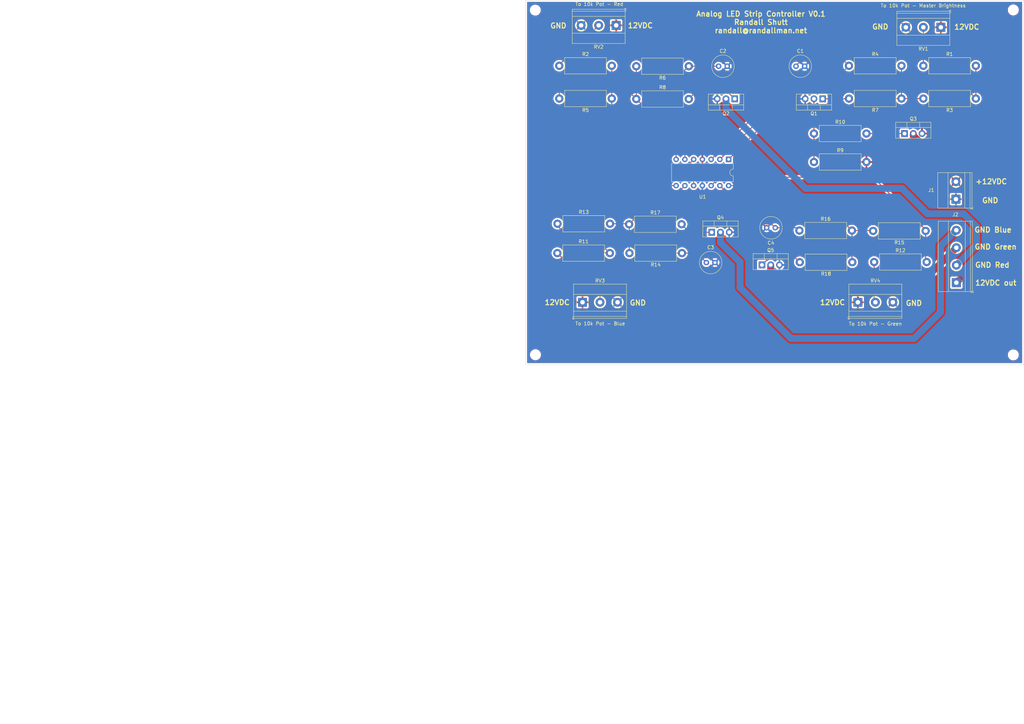
<source format=kicad_pcb>
(kicad_pcb (version 20211014) (generator pcbnew)
  (layers (0 "F.Cu" signal) (31 "B.Cu" signal) (34 "B.Paste" user) (35 "F.Paste" user) (36 "B.SilkS" user "B.Silkscreen") (37 "F.SilkS" user "F.Silkscreen") (38 "B.Mask" user) (39 "F.Mask" user) (44 "Edge.Cuts" user))
  (net 0 "")
  (net 1 "Net-(C1-Pad1)")
  (net 2 "GND")
  (net 3 "Net-(C2-Pad1)")
  (net 4 "Net-(C3-Pad1)")
  (net 5 "Net-(C4-Pad1)")
  (net 6 "+12V")
  (net 7 "Net-(J2-Pad1)")
  (net 8 "Net-(J2-Pad2)")
  (net 9 "Net-(J2-Pad3)")
  (net 10 "Net-(J2-Pad4)")
  (net 11 "Net-(Q1-Pad1)")
  (net 12 "Net-(Q1-Pad2)")
  (net 13 "Net-(Q2-Pad1)")
  (net 14 "Net-(Q3-Pad1)")
  (net 15 "Net-(Q4-Pad1)")
  (net 16 "Net-(Q5-Pad1)")
  (net 17 "Net-(R1-Pad1)")
  (net 18 "Net-(R1-Pad2)")
  (net 19 "Net-(R2-Pad1)")
  (net 20 "Net-(R2-Pad2)")
  (net 21 "Net-(R3-Pad2)")
  (net 22 "Net-(R5-Pad2)")
  (net 23 "Net-(R11-Pad1)")
  (net 24 "Net-(R11-Pad2)")
  (net 25 "Net-(R12-Pad1)")
  (net 26 "Net-(R12-Pad2)")
  (net 27 "Net-(R13-Pad2)")
  (net 28 "Net-(R15-Pad2)")
  (footprint "MountingHole:MountingHole_2.2mm_M2" (layer "F.Cu") (at 155.3464 2.8956)
    (fp_text reference "H2" hide)
    (fp_text value "MountingHole" hide)
    (pad "" np_thru_hole circle locked (at 0 0) (size 2.2 2.2) (drill 2.2) (layers *.Cu *.Mask))
  )
  (footprint "Resistor_THT:R_Axial_DIN0414_L11.9mm_D4.5mm_P15.24mm_Horizontal" (layer "F.Cu") (at 161.7472 73.4568)
    (fp_text reference "R11" (at 7.62 -3.37) (layer "F.SilkS"))
    (fp_text value "1k")
    (pad "1" thru_hole circle locked (at 0 0) (size 2.4 2.4) (drill 1.2) (layers *.Cu *.Mask) (net 23 "Net-(R11-Pad1)"))
    (pad "2" thru_hole oval locked (at 15.24 0) (size 2.4 2.4) (drill 1.2) (layers *.Cu *.Mask) (net 24 "Net-(R11-Pad2)"))
  )
  (footprint "Resistor_THT:R_Axial_DIN0414_L11.9mm_D4.5mm_P15.24mm_Horizontal" (layer "F.Cu") (at 232.0036 66.9036)
    (fp_text reference "R16" (at 7.62 -3.37) (layer "F.SilkS"))
    (fp_text value "10k")
    (pad "1" thru_hole circle locked (at 0 0) (size 2.4 2.4) (drill 1.2) (layers *.Cu *.Mask) (net 5 "Net-(C4-Pad1)"))
    (pad "2" thru_hole oval locked (at 15.24 0) (size 2.4 2.4) (drill 1.2) (layers *.Cu *.Mask) (net 28 "Net-(R15-Pad2)"))
  )
  (footprint "TerminalBlock_Phoenix:TerminalBlock_Phoenix_MKDS-1,5-2-5.08_1x02_P5.08mm_Horizontal" (layer "F.Cu") (at 277.419 57.79 90)
    (fp_text reference "J1" (at 2.6212 -7.163) (layer "F.SilkS"))
    (fp_text value "Power")
    (pad "1" thru_hole rect locked (at 0 0 90) (size 2.6 2.6) (drill 1.3) (layers *.Cu *.Mask) (net 2 "GND"))
    (pad "2" thru_hole circle locked (at 5.08 0 90) (size 2.6 2.6) (drill 1.3) (layers *.Cu *.Mask) (net 6 "+12V"))
  )
  (footprint "MountingHole:MountingHole_2.2mm_M2" (layer "F.Cu") (at 155.3972 102.9716)
    (fp_text reference "H1" hide)
    (fp_text value "MountingHole" hide)
    (pad "" np_thru_hole circle locked (at 0 0) (size 2.2 2.2) (drill 2.2) (layers *.Cu *.Mask))
  )
  (footprint "TerminalBlock_Phoenix:TerminalBlock_Phoenix_MKDS-1,5-3-5.08_1x03_P5.08mm_Horizontal" (layer "F.Cu") (at 178.821 7.315 180)
    (fp_text reference "RV2" (at 5.08 -6.26) (layer "F.SilkS"))
    (fp_text value "To 10k Pot - Red" (at 4.8818 6.1466) (layer "F.SilkS"))
    (pad "1" thru_hole rect locked (at 0 0 180) (size 2.6 2.6) (drill 1.3) (layers *.Cu *.Mask) (net 6 "+12V"))
    (pad "2" thru_hole circle locked (at 5.08 0 180) (size 2.6 2.6) (drill 1.3) (layers *.Cu *.Mask) (net 19 "Net-(R2-Pad1)"))
    (pad "3" thru_hole circle locked (at 10.16 0 180) (size 2.6 2.6) (drill 1.3) (layers *.Cu *.Mask) (net 2 "GND"))
  )
  (footprint "Capacitor_THT:C_Radial_D6.3mm_H5.0mm_P2.50mm" (layer "F.Cu") (at 231.013 19.177)
    (fp_text reference "C1" (at 1.25 -4.4) (layer "F.SilkS"))
    (fp_text value "0.1uF")
    (pad "1" thru_hole circle locked (at 0 0) (size 1.6 1.6) (drill 0.8) (layers *.Cu *.Mask) (net 1 "Net-(C1-Pad1)"))
    (pad "2" thru_hole circle locked (at 2.5 0) (size 1.6 1.6) (drill 0.8) (layers *.Cu *.Mask) (net 2 "GND"))
  )
  (footprint "MountingHole:MountingHole_2.2mm_M2" (layer "F.Cu") (at 294.0812 103.0224)
    (fp_text reference "H4" hide)
    (fp_text value "MountingHole" hide)
    (pad "" np_thru_hole circle locked (at 0 0) (size 2.2 2.2) (drill 2.2) (layers *.Cu *.Mask))
  )
  (footprint "Resistor_THT:R_Axial_DIN0414_L11.9mm_D4.5mm_P15.24mm_Horizontal" (layer "F.Cu") (at 177.546 28.575 180)
    (fp_text reference "R5" (at 7.62 -3.37) (layer "F.SilkS"))
    (fp_text value "47k")
    (pad "1" thru_hole circle locked (at 0 0 180) (size 2.4 2.4) (drill 1.2) (layers *.Cu *.Mask) (net 20 "Net-(R2-Pad2)"))
    (pad "2" thru_hole oval locked (at 15.24 0 180) (size 2.4 2.4) (drill 1.2) (layers *.Cu *.Mask) (net 22 "Net-(R5-Pad2)"))
  )
  (footprint "Resistor_THT:R_Axial_DIN0414_L11.9mm_D4.5mm_P15.24mm_Horizontal" (layer "F.Cu") (at 197.9168 73.4568 180)
    (fp_text reference "R14" (at 7.62 -3.37) (layer "F.SilkS"))
    (fp_text value "10k")
    (pad "1" thru_hole circle locked (at 0 0 180) (size 2.4 2.4) (drill 1.2) (layers *.Cu *.Mask) (net 4 "Net-(C3-Pad1)"))
    (pad "2" thru_hole oval locked (at 15.24 0 180) (size 2.4 2.4) (drill 1.2) (layers *.Cu *.Mask) (net 27 "Net-(R13-Pad2)"))
  )
  (footprint "Resistor_THT:R_Axial_DIN0414_L11.9mm_D4.5mm_P15.24mm_Horizontal" (layer "F.Cu") (at 261.62 28.575 180)
    (fp_text reference "R7" (at 7.62 -3.37) (layer "F.SilkS"))
    (fp_text value "330")
    (pad "1" thru_hole circle locked (at 0 0 180) (size 2.4 2.4) (drill 1.2) (layers *.Cu *.Mask) (net 21 "Net-(R3-Pad2)"))
    (pad "2" thru_hole oval locked (at 15.24 0 180) (size 2.4 2.4) (drill 1.2) (layers *.Cu *.Mask) (net 11 "Net-(Q1-Pad1)"))
  )
  (footprint "Resistor_THT:R_Axial_DIN0414_L11.9mm_D4.5mm_P15.24mm_Horizontal" (layer "F.Cu") (at 253.6952 76.0476)
    (fp_text reference "R12" (at 7.62 -3.37) (layer "F.SilkS"))
    (fp_text value "1k")
    (pad "1" thru_hole circle locked (at 0 0) (size 2.4 2.4) (drill 1.2) (layers *.Cu *.Mask) (net 25 "Net-(R12-Pad1)"))
    (pad "2" thru_hole oval locked (at 15.24 0) (size 2.4 2.4) (drill 1.2) (layers *.Cu *.Mask) (net 26 "Net-(R12-Pad2)"))
  )
  (footprint "Resistor_THT:R_Axial_DIN0414_L11.9mm_D4.5mm_P15.24mm_Horizontal" (layer "F.Cu") (at 268.6304 67.0052 180)
    (fp_text reference "R15" (at 7.62 -3.37) (layer "F.SilkS"))
    (fp_text value "47k")
    (pad "1" thru_hole circle locked (at 0 0 180) (size 2.4 2.4) (drill 1.2) (layers *.Cu *.Mask) (net 26 "Net-(R12-Pad2)"))
    (pad "2" thru_hole oval locked (at 15.24 0 180) (size 2.4 2.4) (drill 1.2) (layers *.Cu *.Mask) (net 28 "Net-(R15-Pad2)"))
  )
  (footprint "Resistor_THT:R_Axial_DIN0414_L11.9mm_D4.5mm_P15.24mm_Horizontal" (layer "F.Cu") (at 184.658 28.702)
    (fp_text reference "R8" (at 7.62 -3.37) (layer "F.SilkS"))
    (fp_text value "330")
    (pad "1" thru_hole circle locked (at 0 0) (size 2.4 2.4) (drill 1.2) (layers *.Cu *.Mask) (net 22 "Net-(R5-Pad2)"))
    (pad "2" thru_hole oval locked (at 15.24 0) (size 2.4 2.4) (drill 1.2) (layers *.Cu *.Mask) (net 13 "Net-(Q2-Pad1)"))
  )
  (footprint "MountingHole:MountingHole_2.2mm_M2" (layer "F.Cu") (at 294.0812 2.8448)
    (fp_text reference "H3" hide)
    (fp_text value "MountingHole" hide)
    (pad "" np_thru_hole circle locked (at 0 0) (size 2.2 2.2) (drill 2.2) (layers *.Cu *.Mask))
  )
  (footprint "Resistor_THT:R_Axial_DIN0414_L11.9mm_D4.5mm_P15.24mm_Horizontal" (layer "F.Cu") (at 247.3452 76.0984 180)
    (fp_text reference "R18" (at 7.62 -3.37) (layer "F.SilkS"))
    (fp_text value "330")
    (pad "1" thru_hole circle locked (at 0 0 180) (size 2.4 2.4) (drill 1.2) (layers *.Cu *.Mask) (net 28 "Net-(R15-Pad2)"))
    (pad "2" thru_hole oval locked (at 15.24 0 180) (size 2.4 2.4) (drill 1.2) (layers *.Cu *.Mask) (net 16 "Net-(Q5-Pad1)"))
  )
  (footprint "Capacitor_THT:C_Radial_D6.3mm_H5.0mm_P2.50mm" (layer "F.Cu") (at 208.554 19.177)
    (fp_text reference "C2" (at 1.25 -4.4) (layer "F.SilkS"))
    (fp_text value "0.1uF")
    (pad "1" thru_hole circle locked (at 0 0) (size 1.6 1.6) (drill 0.8) (layers *.Cu *.Mask) (net 3 "Net-(C2-Pad1)"))
    (pad "2" thru_hole circle locked (at 2.5 0) (size 1.6 1.6) (drill 0.8) (layers *.Cu *.Mask) (net 2 "GND"))
  )
  (footprint "TerminalBlock_Phoenix:TerminalBlock_Phoenix_MKDS-1,5-3-5.08_1x03_P5.08mm_Horizontal" (layer "F.Cu") (at 273.05 7.874 180)
    (fp_text reference "RV1" (at 5.08 -6.26) (layer "F.SilkS"))
    (fp_text value "To 10k Pot - Master Brightness" (at 5.1308 6.2992) (layer "F.SilkS"))
    (pad "1" thru_hole rect locked (at 0 0 180) (size 2.6 2.6) (drill 1.3) (layers *.Cu *.Mask) (net 6 "+12V"))
    (pad "2" thru_hole circle locked (at 5.08 0 180) (size 2.6 2.6) (drill 1.3) (layers *.Cu *.Mask) (net 17 "Net-(R1-Pad1)"))
    (pad "3" thru_hole circle locked (at 10.16 0 180) (size 2.6 2.6) (drill 1.3) (layers *.Cu *.Mask) (net 2 "GND"))
  )
  (footprint "Resistor_THT:R_Axial_DIN0414_L11.9mm_D4.5mm_P15.24mm_Horizontal" (layer "F.Cu") (at 162.306 19.05)
    (fp_text reference "R2" (at 7.62 -3.37) (layer "F.SilkS"))
    (fp_text value "1k")
    (pad "1" thru_hole circle locked (at 0 0) (size 2.4 2.4) (drill 1.2) (layers *.Cu *.Mask) (net 19 "Net-(R2-Pad1)"))
    (pad "2" thru_hole oval locked (at 15.24 0) (size 2.4 2.4) (drill 1.2) (layers *.Cu *.Mask) (net 20 "Net-(R2-Pad2)"))
  )
  (footprint "Package_TO_SOT_THT:TO-220-3_Vertical" (layer "F.Cu") (at 213.233 28.646 180)
    (fp_text reference "Q2" (at 2.54 -4.27) (layer "F.SilkS"))
    (fp_text value "IRLB8721")
    (pad "1" thru_hole rect locked (at 0 0 180) (size 1.905 2) (drill 1.1) (layers *.Cu *.Mask) (net 13 "Net-(Q2-Pad1)"))
    (pad "2" thru_hole oval locked (at 2.54 0 180) (size 1.905 2) (drill 1.1) (layers *.Cu *.Mask) (net 8 "Net-(J2-Pad2)"))
    (pad "3" thru_hole oval locked (at 5.08 0 180) (size 1.905 2) (drill 1.1) (layers *.Cu *.Mask) (net 2 "GND"))
  )
  (footprint "Resistor_THT:R_Axial_DIN0414_L11.9mm_D4.5mm_P15.24mm_Horizontal" (layer "F.Cu") (at 236.22 38.735)
    (fp_text reference "R10" (at 7.62 -3.37) (layer "F.SilkS"))
    (fp_text value "330")
    (pad "1" thru_hole circle locked (at 0 0) (size 2.4 2.4) (drill 1.2) (layers *.Cu *.Mask) (net 12 "Net-(Q1-Pad2)"))
    (pad "2" thru_hole oval locked (at 15.24 0) (size 2.4 2.4) (drill 1.2) (layers *.Cu *.Mask) (net 14 "Net-(Q3-Pad1)"))
  )
  (footprint "Resistor_THT:R_Axial_DIN0414_L11.9mm_D4.5mm_P15.24mm_Horizontal" (layer "F.Cu") (at 267.97 19.05)
    (fp_text reference "R1" (at 7.62 -3.37) (layer "F.SilkS"))
    (fp_text value "1k")
    (pad "1" thru_hole circle locked (at 0 0) (size 2.4 2.4) (drill 1.2) (layers *.Cu *.Mask) (net 17 "Net-(R1-Pad1)"))
    (pad "2" thru_hole oval locked (at 15.24 0) (size 2.4 2.4) (drill 1.2) (layers *.Cu *.Mask) (net 18 "Net-(R1-Pad2)"))
  )
  (footprint "Capacitor_THT:C_Radial_D6.3mm_H5.0mm_P2.50mm" (layer "F.Cu") (at 224.9932 66.0908 180)
    (fp_text reference "C4" (at 1.25 -4.4) (layer "F.SilkS"))
    (fp_text value "0.1uF")
    (pad "1" thru_hole circle locked (at 0 0 180) (size 1.6 1.6) (drill 0.8) (layers *.Cu *.Mask) (net 5 "Net-(C4-Pad1)"))
    (pad "2" thru_hole circle locked (at 2.5 0 180) (size 1.6 1.6) (drill 0.8) (layers *.Cu *.Mask) (net 2 "GND"))
  )
  (footprint "Resistor_THT:R_Axial_DIN0414_L11.9mm_D4.5mm_P15.24mm_Horizontal" (layer "F.Cu") (at 182.5752 65.0748)
    (fp_text reference "R17" (at 7.62 -3.37) (layer "F.SilkS"))
    (fp_text value "330")
    (pad "1" thru_hole circle locked (at 0 0) (size 2.4 2.4) (drill 1.2) (layers *.Cu *.Mask) (net 27 "Net-(R13-Pad2)"))
    (pad "2" thru_hole oval locked (at 15.24 0) (size 2.4 2.4) (drill 1.2) (layers *.Cu *.Mask) (net 15 "Net-(Q4-Pad1)"))
  )
  (footprint "Package_TO_SOT_THT:TO-220-3_Vertical" (layer "F.Cu") (at 238.76 28.646 180)
    (fp_text reference "Q1" (at 2.54 -4.27) (layer "F.SilkS"))
    (fp_text value "IRLB8721")
    (pad "1" thru_hole rect locked (at 0 0 180) (size 1.905 2) (drill 1.1) (layers *.Cu *.Mask) (net 11 "Net-(Q1-Pad1)"))
    (pad "2" thru_hole oval locked (at 2.54 0 180) (size 1.905 2) (drill 1.1) (layers *.Cu *.Mask) (net 12 "Net-(Q1-Pad2)"))
    (pad "3" thru_hole oval locked (at 5.08 0 180) (size 1.905 2) (drill 1.1) (layers *.Cu *.Mask) (net 2 "GND"))
  )
  (footprint "Resistor_THT:R_Axial_DIN0414_L11.9mm_D4.5mm_P15.24mm_Horizontal" (layer "F.Cu") (at 199.898 19.177 180)
    (fp_text reference "R6" (at 7.62 -3.37) (layer "F.SilkS"))
    (fp_text value "10k")
    (pad "1" thru_hole circle locked (at 0 0 180) (size 2.4 2.4) (drill 1.2) (layers *.Cu *.Mask) (net 3 "Net-(C2-Pad1)"))
    (pad "2" thru_hole oval locked (at 15.24 0 180) (size 2.4 2.4) (drill 1.2) (layers *.Cu *.Mask) (net 22 "Net-(R5-Pad2)"))
  )
  (footprint "Capacitor_THT:C_Radial_D6.3mm_H5.0mm_P2.50mm" (layer "F.Cu") (at 204.998 76.2)
    (fp_text reference "C3" (at 1.25 -4.4) (layer "F.SilkS"))
    (fp_text value "0.1uF")
    (pad "1" thru_hole circle locked (at 0 0) (size 1.6 1.6) (drill 0.8) (layers *.Cu *.Mask) (net 4 "Net-(C3-Pad1)"))
    (pad "2" thru_hole circle locked (at 2.5 0) (size 1.6 1.6) (drill 0.8) (layers *.Cu *.Mask) (net 2 "GND"))
  )
  (footprint "Resistor_THT:R_Axial_DIN0414_L11.9mm_D4.5mm_P15.24mm_Horizontal" (layer "F.Cu") (at 246.38 19.05)
    (fp_text reference "R4" (at 7.62 -3.37) (layer "F.SilkS"))
    (fp_text value "10k")
    (pad "1" thru_hole circle locked (at 0 0) (size 2.4 2.4) (drill 1.2) (layers *.Cu *.Mask) (net 1 "Net-(C1-Pad1)"))
    (pad "2" thru_hole oval locked (at 15.24 0) (size 2.4 2.4) (drill 1.2) (layers *.Cu *.Mask) (net 21 "Net-(R3-Pad2)"))
  )
  (footprint "Resistor_THT:R_Axial_DIN0414_L11.9mm_D4.5mm_P15.24mm_Horizontal" (layer "F.Cu") (at 283.21 28.575 180)
    (fp_text reference "R3" (at 7.62 -3.37) (layer "F.SilkS"))
    (fp_text value "47k")
    (pad "1" thru_hole circle locked (at 0 0 180) (size 2.4 2.4) (drill 1.2) (layers *.Cu *.Mask) (net 18 "Net-(R1-Pad2)"))
    (pad "2" thru_hole oval locked (at 15.24 0 180) (size 2.4 2.4) (drill 1.2) (layers *.Cu *.Mask) (net 21 "Net-(R3-Pad2)"))
  )
  (footprint "Resistor_THT:R_Axial_DIN0414_L11.9mm_D4.5mm_P15.24mm_Horizontal" (layer "F.Cu") (at 161.798 64.9224)
    (fp_text reference "R13" (at 7.62 -3.37) (layer "F.SilkS"))
    (fp_text value "47k")
    (pad "1" thru_hole circle locked (at 0 0) (size 2.4 2.4) (drill 1.2) (layers *.Cu *.Mask) (net 24 "Net-(R11-Pad2)"))
    (pad "2" thru_hole oval locked (at 15.24 0) (size 2.4 2.4) (drill 1.2) (layers *.Cu *.Mask) (net 27 "Net-(R13-Pad2)"))
  )
  (footprint "Package_TO_SOT_THT:TO-220-3_Vertical" (layer "F.Cu") (at 221.1324 76.891)
    (fp_text reference "Q5" (at 2.54 -4.27) (layer "F.SilkS"))
    (fp_text value "IRLB8721")
    (pad "1" thru_hole rect locked (at 0 0) (size 1.905 2) (drill 1.1) (layers *.Cu *.Mask) (net 16 "Net-(Q5-Pad1)"))
    (pad "2" thru_hole oval locked (at 2.54 0) (size 1.905 2) (drill 1.1) (layers *.Cu *.Mask) (net 9 "Net-(J2-Pad3)"))
    (pad "3" thru_hole oval locked (at 5.08 0) (size 1.905 2) (drill 1.1) (layers *.Cu *.Mask) (net 2 "GND"))
  )
  (footprint "TerminalBlock_Phoenix:TerminalBlock_Phoenix_MKDS-1,5-4-5.08_1x04_P5.08mm_Horizontal" (layer "F.Cu") (at 277.546 82.042 90)
    (fp_text reference "J2" (at 19.7612 -0.2796 180) (layer "F.SilkS"))
    (fp_text value "To LEDs")
    (pad "1" thru_hole rect locked (at 0 0 90) (size 2.6 2.6) (drill 1.3) (layers *.Cu *.Mask) (net 7 "Net-(J2-Pad1)"))
    (pad "2" thru_hole circle locked (at 5.08 0 90) (size 2.6 2.6) (drill 1.3) (layers *.Cu *.Mask) (net 8 "Net-(J2-Pad2)"))
    (pad "3" thru_hole circle locked (at 10.16 0 90) (size 2.6 2.6) (drill 1.3) (layers *.Cu *.Mask) (net 9 "Net-(J2-Pad3)"))
    (pad "4" thru_hole circle locked (at 15.24 0 90) (size 2.6 2.6) (drill 1.3) (layers *.Cu *.Mask) (net 10 "Net-(J2-Pad4)"))
  )
  (footprint "Package_TO_SOT_THT:TO-220-3_Vertical" (layer "F.Cu") (at 262.509 38.735)
    (fp_text reference "Q3" (at 2.54 -4.27) (layer "F.SilkS"))
    (fp_text value "IRF5210L")
    (pad "1" thru_hole rect locked (at 0 0) (size 1.905 2) (drill 1.1) (layers *.Cu *.Mask) (net 14 "Net-(Q3-Pad1)"))
    (pad "2" thru_hole oval locked (at 2.54 0) (size 1.905 2) (drill 1.1) (layers *.Cu *.Mask) (net 7 "Net-(J2-Pad1)"))
    (pad "3" thru_hole oval locked (at 5.08 0) (size 1.905 2) (drill 1.1) (layers *.Cu *.Mask) (net 6 "+12V"))
  )
  (footprint "TerminalBlock_Phoenix:TerminalBlock_Phoenix_MKDS-1,5-3-5.08_1x03_P5.08mm_Horizontal" (layer "F.Cu") (at 169.0574 87.7318)
    (fp_text reference "RV3" (at 5.08 -6.26) (layer "F.SilkS"))
    (fp_text value "To 10k Pot - Blue" (at 5.1358 6.1974) (layer "F.SilkS"))
    (pad "1" thru_hole rect locked (at 0 0) (size 2.6 2.6) (drill 1.3) (layers *.Cu *.Mask) (net 6 "+12V"))
    (pad "2" thru_hole circle locked (at 5.08 0) (size 2.6 2.6) (drill 1.3) (layers *.Cu *.Mask) (net 23 "Net-(R11-Pad1)"))
    (pad "3" thru_hole circle locked (at 10.16 0) (size 2.6 2.6) (drill 1.3) (layers *.Cu *.Mask) (net 2 "GND"))
  )
  (footprint "Resistor_THT:R_Axial_DIN0414_L11.9mm_D4.5mm_P15.24mm_Horizontal" (layer "F.Cu") (at 236.22 46.99)
    (fp_text reference "R9" (at 7.62 -3.37) (layer "F.SilkS"))
    (fp_text value "1k")
    (pad "1" thru_hole circle locked (at 0 0) (size 2.4 2.4) (drill 1.2) (layers *.Cu *.Mask) (net 12 "Net-(Q1-Pad2)"))
    (pad "2" thru_hole oval locked (at 15.24 0) (size 2.4 2.4) (drill 1.2) (layers *.Cu *.Mask) (net 6 "+12V"))
  )
  (footprint "Package_DIP:DIP-14_W7.62mm" (layer "F.Cu") (at 211.46 46.238 -90)
    (fp_text reference "U1" (at 10.8612 7.5488 180) (layer "F.SilkS"))
    (fp_text value "LM224")
    (pad "1" thru_hole rect locked (at 0 0 270) (size 1.6 1.6) (drill 0.8) (layers *.Cu *.Mask) (net 21 "Net-(R3-Pad2)"))
    (pad "2" thru_hole oval locked (at 0 2.54 270) (size 1.6 1.6) (drill 0.8) (layers *.Cu *.Mask) (net 1 "Net-(C1-Pad1)"))
    (pad "3" thru_hole oval locked (at 0 5.08 270) (size 1.6 1.6) (drill 0.8) (layers *.Cu *.Mask) (net 18 "Net-(R1-Pad2)"))
    (pad "4" thru_hole oval locked (at 0 7.62 270) (size 1.6 1.6) (drill 0.8) (layers *.Cu *.Mask) (net 6 "+12V"))
    (pad "5" thru_hole oval locked (at 0 10.16 270) (size 1.6 1.6) (drill 0.8) (layers *.Cu *.Mask) (net 20 "Net-(R2-Pad2)"))
    (pad "6" thru_hole oval locked (at 0 12.7 270) (size 1.6 1.6) (drill 0.8) (layers *.Cu *.Mask) (net 3 "Net-(C2-Pad1)"))
    (pad "7" thru_hole oval locked (at 0 15.24 270) (size 1.6 1.6) (drill 0.8) (layers *.Cu *.Mask) (net 22 "Net-(R5-Pad2)"))
    (pad "8" thru_hole oval locked (at 7.62 15.24 270) (size 1.6 1.6) (drill 0.8) (layers *.Cu *.Mask) (net 27 "Net-(R13-Pad2)"))
    (pad "9" thru_hole oval locked (at 7.62 12.7 270) (size 1.6 1.6) (drill 0.8) (layers *.Cu *.Mask) (net 4 "Net-(C3-Pad1)"))
    (pad "10" thru_hole oval locked (at 7.62 10.16 270) (size 1.6 1.6) (drill 0.8) (layers *.Cu *.Mask) (net 24 "Net-(R11-Pad2)"))
    (pad "11" thru_hole oval locked (at 7.62 7.62 270) (size 1.6 1.6) (drill 0.8) (layers *.Cu *.Mask) (net 2 "GND"))
    (pad "12" thru_hole oval locked (at 7.62 5.08 270) (size 1.6 1.6) (drill 0.8) (layers *.Cu *.Mask) (net 26 "Net-(R12-Pad2)"))
    (pad "13" thru_hole oval locked (at 7.62 2.54 270) (size 1.6 1.6) (drill 0.8) (layers *.Cu *.Mask) (net 5 "Net-(C4-Pad1)"))
    (pad "14" thru_hole oval locked (at 7.62 0 270) (size 1.6 1.6) (drill 0.8) (layers *.Cu *.Mask) (net 28 "Net-(R15-Pad2)"))
  )
  (footprint "Package_TO_SOT_THT:TO-220-3_Vertical" (layer "F.Cu") (at 206.5528 67.3914)
    (fp_text reference "Q4" (at 2.54 -4.27) (layer "F.SilkS"))
    (fp_text value "IRLB8721")
    (pad "1" thru_hole rect locked (at 0 0) (size 1.905 2) (drill 1.1) (layers *.Cu *.Mask) (net 15 "Net-(Q4-Pad1)"))
    (pad "2" thru_hole oval locked (at 2.54 0) (size 1.905 2) (drill 1.1) (layers *.Cu *.Mask) (net 10 "Net-(J2-Pad4)"))
    (pad "3" thru_hole oval locked (at 5.08 0) (size 1.905 2) (drill 1.1) (layers *.Cu *.Mask) (net 2 "GND"))
  )
  (footprint "TerminalBlock_Phoenix:TerminalBlock_Phoenix_MKDS-1,5-3-5.08_1x03_P5.08mm_Horizontal" (layer "F.Cu") (at 248.9658 87.7318)
    (fp_text reference "RV4" (at 5.08 -6.26) (layer "F.SilkS"))
    (fp_text value "To 10k Pot - Green" (at 5.08 6.2482) (layer "F.SilkS"))
    (pad "1" thru_hole rect locked (at 0 0) (size 2.6 2.6) (drill 1.3) (layers *.Cu *.Mask) (net 6 "+12V"))
    (pad "2" thru_hole circle locked (at 5.08 0) (size 2.6 2.6) (drill 1.3) (layers *.Cu *.Mask) (net 25 "Net-(R12-Pad1)"))
    (pad "3" thru_hole circle locked (at 10.16 0) (size 2.6 2.6) (drill 1.3) (layers *.Cu *.Mask) (net 2 "GND"))
  )
  (gr_rect (start 297.1292 0) (end 152.5016 105.8672) (layer "Edge.Cuts") (width 0.1) (fill none))
  (gr_text "GND" (at 185.1152 87.884) (layer "F.SilkS") (effects (font (size 1.5 1.5) (thickness 0.3))))
  (gr_text "GND Green" (at 288.9504 71.628) (layer "F.SilkS") (effects (font (size 1.5 1.5) (thickness 0.3))))
  (gr_text "GND" (at 162.052 7.4168) (layer "F.SilkS") (effects (font (size 1.5 1.5) (thickness 0.3))))
  (gr_text "GND" (at 287.3756 58.166) (layer "F.SilkS") (effects (font (size 1.5 1.5) (thickness 0.3))))
  (gr_text "12VDC out" (at 289.0012 82.0928) (layer "F.SilkS") (effects (font (size 1.5 1.5) (thickness 0.3))))
  (gr_text "GND" (at 265.2268 87.9856) (layer "F.SilkS") (effects (font (size 1.5 1.5) (thickness 0.3))))
  (gr_text "Analog LED Strip Controller V0.1\nRandall Shutt\nrandall@randallman.net" (at 220.8276 6.4008) (layer "F.SilkS") (effects (font (size 1.5 1.5) (thickness 0.3))))
  (gr_text "12VDC" (at 185.8264 7.366) (layer "F.SilkS") (effects (font (size 1.5 1.5) (thickness 0.3))))
  (gr_text "GND Blue" (at 288.1884 66.7004) (layer "F.SilkS") (effects (font (size 1.5 1.5) (thickness 0.3))))
  (gr_text "GND Red" (at 287.9852 76.9112) (layer "F.SilkS") (effects (font (size 1.5 1.5) (thickness 0.3))))
  (gr_text "+12VDC" (at 287.6804 52.6796) (layer "F.SilkS") (effects (font (size 1.5 1.5) (thickness 0.3))))
  (gr_text "12VDC" (at 161.6964 87.7824) (layer "F.SilkS") (effects (font (size 1.5 1.5) (thickness 0.3))))
  (gr_text "12VDC" (at 280.5684 7.7724) (layer "F.SilkS") (effects (font (size 1.5 1.5) (thickness 0.3))))
  (gr_text "GND" (at 255.4732 7.7216) (layer "F.SilkS") (effects (font (size 1.5 1.5) (thickness 0.3))))
  (gr_text "12VDC" (at 241.6048 87.7824) (layer "F.SilkS") (effects (font (size 1.5 1.5) (thickness 0.3))))
  (segment (start 217.622 37.521) (end 230.378 24.765) (width 0.25) (layer "F.Cu") (net 1))
  (segment (start 230.378 24.765) (end 240.665 24.765) (width 0.25) (layer "F.Cu") (net 1))
  (segment (start 217.622 37.536) (end 217.622 37.521) (width 0.25) (layer "F.Cu") (net 1))
  (segment (start 243.713 16.383) (end 233.68 16.383) (width 0.25) (layer "F.Cu") (net 1))
  (segment (start 233.68 16.383) (end 231.013 19.05) (width 0.25) (layer "F.Cu") (net 1))
  (segment (start 246.38 19.05) (end 243.713 16.383) (width 0.25) (layer "F.Cu") (net 1))
  (segment (start 240.665 24.765) (end 246.38 19.05) (width 0.25) (layer "F.Cu") (net 1))
  (segment (start 208.92 46.238) (end 217.622 37.536) (width 0.25) (layer "F.Cu") (net 1))
  (segment (start 226.314 76.0984) (end 226.2124 76.2) (width 0.25) (layer "F.Cu") (net 2))
  (segment (start 208.554 19.177) (end 199.898 19.177) (width 0.25) (layer "F.Cu") (net 3))
  (segment (start 198.76 39.629) (end 198.76 46.238) (width 0.25) (layer "F.Cu") (net 3))
  (segment (start 199.898 19.177) (end 196.596 22.479) (width 0.25) (layer "F.Cu") (net 3))
  (segment (start 196.596 37.465) (end 198.76 39.629) (width 0.25) (layer "F.Cu") (net 3))
  (segment (start 196.596 22.479) (end 196.596 37.465) (width 0.25) (layer "F.Cu") (net 3))
  (segment (start 193.3956 70.7644) (end 196.088 73.4568) (width 0.25) (layer "F.Cu") (net 4))
  (segment (start 193.3956 59.2224) (end 198.76 53.858) (width 0.25) (layer "F.Cu") (net 4))
  (segment (start 196.088 73.4568) (end 197.9168 73.4568) (width 0.25) (layer "F.Cu") (net 4))
  (segment (start 202.2548 73.4568) (end 204.998 76.2) (width 0.25) (layer "F.Cu") (net 4))
  (segment (start 197.9168 73.4568) (end 202.2548 73.4568) (width 0.25) (layer "F.Cu") (net 4))
  (segment (start 193.3956 70.7644) (end 193.3956 59.2224) (width 0.25) (layer "F.Cu") (net 4))
  (segment (start 231.1908 66.0908) (end 232.0036 66.9036) (width 0.25) (layer "F.Cu") (net 5))
  (segment (start 223.868689 64.966289) (end 220.028289 64.966289) (width 0.25) (layer "F.Cu") (net 5))
  (segment (start 224.9932 66.0908) (end 223.868689 64.966289) (width 0.25) (layer "F.Cu") (net 5))
  (segment (start 220.028289 64.966289) (end 208.92 53.858) (width 0.25) (layer "F.Cu") (net 5))
  (segment (start 224.9932 66.0908) (end 231.1908 66.0908) (width 0.25) (layer "F.Cu") (net 5))
  (segment (start 272.346685 46.5836) (end 283.5656 46.5836) (width 2) (layer "F.Cu") (net 7))
  (segment (start 265.049 38.735) (end 265.049 39.285915) (width 2) (layer "F.Cu") (net 7))
  (segment (start 283.5656 46.5836) (end 288.798 51.816) (width 2) (layer "F.Cu") (net 7))
  (segment (start 288.798 51.816) (end 288.798 70.79) (width 2) (layer "F.Cu") (net 7))
  (segment (start 265.049 39.285915) (end 272.346685 46.5836) (width 2) (layer "F.Cu") (net 7))
  (segment (start 288.798 70.79) (end 277.546 82.042) (width 2) (layer "F.Cu") (net 7))
  (segment (start 283.4132 71.0948) (end 283.4132 65.786) (width 2) (layer "B.Cu") (net 8))
  (segment (start 279.654 62.0268) (end 269.1384 62.0268) (width 2) (layer "B.Cu") (net 8))
  (segment (start 261.7724 54.6608) (end 233.8028 54.6608) (width 2) (layer "B.Cu") (net 8))
  (segment (start 210.693 31.551) (end 233.8028 54.6608) (width 2) (layer "B.Cu") (net 8))
  (segment (start 277.546 76.962) (end 283.4132 71.0948) (width 2) (layer "B.Cu") (net 8))
  (segment (start 210.693 28.646) (end 210.693 31.551) (width 2) (layer "B.Cu") (net 8))
  (segment (start 269.1384 62.0268) (end 261.7724 54.6608) (width 2) (layer "B.Cu") (net 8))
  (segment (start 283.4132 65.786) (end 279.654 62.0268) (width 2) (layer "B.Cu") (net 8))
  (segment (start 223.774 76.2) (end 223.774 76.363122) (width 0.25) (layer "F.Cu") (net 9))
  (segment (start 223.6724 76.2) (end 223.774 76.2) (width 0.25) (layer "F.Cu") (net 9))
  (segment (start 223.6724 79.891) (end 238.3202 94.5388) (width 2) (layer "F.Cu") (net 9))
  (segment (start 269.0876 87.0712) (end 269.0876 80.3404) (width 2) (layer "F.Cu") (net 9))
  (segment (start 238.3202 94.5388) (end 261.62 94.5388) (width 2) (layer "F.Cu") (net 9))
  (segment (start 223.6724 76.891) (end 223.6724 79.891) (width 2) (layer "F.Cu") (net 9))
  (segment (start 261.62 94.5388) (end 269.0876 87.0712) (width 2) (layer "F.Cu") (net 9))
  (segment (start 269.0876 80.3404) (end 277.546 71.882) (width 2) (layer "F.Cu") (net 9))
  (segment (start 209.0928 67.3914) (end 209.0928 70.3914) (width 2) (layer "B.Cu") (net 10))
  (segment (start 209.0928 70.3914) (end 214.7824 76.081) (width 2) (layer "B.Cu") (net 10))
  (segment (start 272.9484 90.6272) (end 272.9484 71.3996) (width 2) (layer "B.Cu") (net 10))
  (segment (start 272.9484 71.3996) (end 277.546 66.802) (width 2) (layer "B.Cu") (net 10))
  (segment (start 265.3284 98.2472) (end 272.9484 90.6272) (width 2) (layer "B.Cu") (net 10))
  (segment (start 229.5652 98.2472) (end 265.3284 98.2472) (width 2) (layer "B.Cu") (net 10))
  (segment (start 214.7824 83.4644) (end 229.5652 98.2472) (width 2) (layer "B.Cu") (net 10))
  (segment (start 214.7824 76.081) (end 214.7824 83.4644) (width 2) (layer "B.Cu") (net 10))
  (segment (start 246.309 28.646) (end 246.38 28.575) (width 0.25) (layer "F.Cu") (net 11))
  (segment (start 238.76 28.646) (end 246.309 28.646) (width 0.25) (layer "F.Cu") (net 11))
  (segment (start 236.22 38.735) (end 236.22 46.99) (width 0.25) (layer "F.Cu") (net 12))
  (segment (start 236.22 28.646) (end 236.22 38.735) (width 0.25) (layer "F.Cu") (net 12))
  (segment (start 213.1516 28.646) (end 209.4484 24.9428) (width 0.25) (layer "F.Cu") (net 13))
  (segment (start 213.233 28.646) (end 213.1516 28.646) (width 0.25) (layer "F.Cu") (net 13))
  (segment (start 209.4484 24.9428) (end 203.6572 24.9428) (width 0.25) (layer "F.Cu") (net 13))
  (segment (start 203.6572 24.9428) (end 199.898 28.702) (width 0.25) (layer "F.Cu") (net 13))
  (segment (start 251.46 38.735) (end 262.509 38.735) (width 0.25) (layer "F.Cu") (net 14))
  (segment (start 200.1318 67.3914) (end 206.5528 67.3914) (width 0.25) (layer "F.Cu") (net 15))
  (segment (start 197.8152 65.0748) (end 200.1318 67.3914) (width 0.25) (layer "F.Cu") (net 15))
  (segment (start 223.125 74.8984) (end 230.9052 74.8984) (width 0.25) (layer "F.Cu") (net 16))
  (segment (start 230.9052 74.8984) (end 232.1052 76.0984) (width 0.25) (layer "F.Cu") (net 16))
  (segment (start 221.1324 76.891) (end 223.125 74.8984) (width 0.25) (layer "F.Cu") (net 16))
  (segment (start 267.97 7.874) (end 267.97 19.05) (width 0.25) (layer "F.Cu") (net 17))
  (segment (start 264.414 21.082) (end 268.986 25.654) (width 0.25) (layer "F.Cu") (net 18))
  (segment (start 268.986 25.654) (end 280.289 25.654) (width 0.25) (layer "F.Cu") (net 18))
  (segment (start 283.21 19.05) (end 283.21 28.575) (width 0.25) (layer "F.Cu") (net 18))
  (segment (start 217.805 27.178) (end 229.489 15.494) (width 0.25) (layer "F.Cu") (net 18))
  (segment (start 206.38 46.238) (end 217.805 34.813) (width 0.25) (layer "F.Cu") (net 18))
  (segment (start 229.489 15.494) (end 263.652 15.494) (width 0.25) (layer "F.Cu") (net 18))
  (segment (start 280.289 25.654) (end 283.21 28.575) (width 0.25) (layer "F.Cu") (net 18))
  (segment (start 263.652 15.494) (end 264.414 16.256) (width 0.25) (layer "F.Cu") (net 18))
  (segment (start 217.805 34.813) (end 217.805 27.178) (width 0.25) (layer "F.Cu") (net 18))
  (segment (start 264.414 16.256) (end 264.414 21.082) (width 0.25) (layer "F.Cu") (net 18))
  (segment (start 162.306 18.75) (end 162.306 19.05) (width 0.25) (layer "F.Cu") (net 19))
  (segment (start 173.741 7.315) (end 162.306 18.75) (width 0.25) (layer "F.Cu") (net 19))
  (segment (start 192.405 48.26) (end 199.278 48.26) (width 0.25) (layer "F.Cu") (net 20))
  (segment (start 177.546 28.575) (end 177.546 33.401) (width 0.25) (layer "F.Cu") (net 20))
  (segment (start 199.278 48.26) (end 201.3 46.238) (width 0.25) (layer "F.Cu") (net 20))
  (segment (start 177.546 19.05) (end 177.546 28.575) (width 0.25) (layer "F.Cu") (net 20))
  (segment (start 177.546 33.401) (end 192.405 48.26) (width 0.25) (layer "F.Cu") (net 20))
  (segment (start 261.62 19.05) (end 261.62 28.575) (width 0.25) (layer "F.Cu") (net 21))
  (segment (start 249.428 28.575) (end 246.761 25.908) (width 0.25) (layer "F.Cu") (net 21))
  (segment (start 231.79 25.908) (end 211.46 46.238) (width 0.25) (layer "F.Cu") (net 21))
  (segment (start 246.761 25.908) (end 231.79 25.908) (width 0.25) (layer "F.Cu") (net 21))
  (segment (start 261.62 28.575) (end 249.428 28.575) (width 0.25) (layer "F.Cu") (net 21))
  (segment (start 267.97 28.575) (end 261.62 28.575) (width 0.25) (layer "F.Cu") (net 21))
  (segment (start 172.593 15.748) (end 162.306 26.035) (width 0.25) (layer "F.Cu") (net 22))
  (segment (start 162.306 26.035) (end 162.306 28.575) (width 0.25) (layer "F.Cu") (net 22))
  (segment (start 180.975 25.019) (end 180.975 17.78) (width 0.25) (layer "F.Cu") (net 22))
  (segment (start 184.658 28.702) (end 180.975 25.019) (width 0.25) (layer "F.Cu") (net 22))
  (segment (start 180.975 17.78) (end 178.943 15.748) (width 0.25) (layer "F.Cu") (net 22))
  (segment (start 178.943 15.748) (end 172.593 15.748) (width 0.25) (layer "F.Cu") (net 22))
  (segment (start 196.22 40.264) (end 196.22 46.238) (width 0.25) (layer "F.Cu") (net 22))
  (segment (start 184.658 19.177) (end 184.658 28.702) (width 0.25) (layer "F.Cu") (net 22))
  (segment (start 184.658 28.702) (end 196.22 40.264) (width 0.25) (layer "F.Cu") (net 22))
  (segment (start 161.7472 73.4568) (end 174.1374 85.847) (width 0.25) (layer "F.Cu") (net 23))
  (segment (start 174.1374 85.847) (end 174.1374 87.7318) (width 0.25) (layer "F.Cu") (net 23))
  (segment (start 169.5704 73.3552) (end 161.7472 65.532) (width 0.25) (layer "F.Cu") (net 24))
  (segment (start 201.3 52.5068) (end 200.5584 51.7652) (width 0.25) (layer "F.Cu") (net 24))
  (segment (start 201.3 53.858) (end 201.3 52.5068) (width 0.25) (layer "F.Cu") (net 24))
  (segment (start 172.1104 64.262) (end 172.1104 68.58) (width 0.25) (layer "F.Cu") (net 24))
  (segment (start 200.5584 51.7652) (end 184.6072 51.7652) (width 0.25) (layer "F.Cu") (net 24))
  (segment (start 176.9872 73.3552) (end 169.5704 73.3552) (width 0.25) (layer "F.Cu") (net 24))
  (segment (start 184.6072 51.7652) (end 172.1104 64.262) (width 0.25) (layer "F.Cu") (net 24))
  (segment (start 172.1104 68.58) (end 176.9872 73.4568) (width 0.25) (layer "F.Cu") (net 24))
  (segment (start 253.6952 76.0476) (end 253.6952 87.3812) (width 0.25) (layer "F.Cu") (net 25))
  (segment (start 253.6952 87.3812) (end 254.0458 87.7318) (width 0.25) (layer "F.Cu") (net 25))
  (segment (start 268.224 67.0052) (end 268.224 66.267883) (width 0.25) (layer "F.Cu") (net 26))
  (segment (start 268.6304 67.0052) (end 268.224 67.0052) (width 0.25) (layer "F.Cu") (net 26))
  (segment (start 254.689606 52.708806) (end 253.3904 51.4096) (width 0.25) (layer "F.Cu") (net 26))
  (segment (start 268.6304 75.7428) (end 268.9352 76.0476) (width 0.25) (layer "F.Cu") (net 26))
  (segment (start 253.3904 51.4096) (end 208.8284 51.4096) (width 0.25) (layer "F.Cu") (net 26))
  (segment (start 268.224 66.267883) (end 254.689606 52.733489) (width 0.25) (layer "F.Cu") (net 26))
  (segment (start 208.8284 51.4096) (end 206.38 53.858) (width 0.25) (layer "F.Cu") (net 26))
  (segment (start 268.6304 67.0052) (end 268.6304 75.7428) (width 0.25) (layer "F.Cu") (net 26))
  (segment (start 254.689606 52.733489) (end 254.689606 52.708806) (width 0.25) (layer "F.Cu") (net 26))
  (segment (start 182.626 64.9732) (end 182.626 73.3552) (width 0.25) (layer "F.Cu") (net 27))
  (segment (start 182.5752 65.0748) (end 193.792 53.858) (width 0.25) (layer "F.Cu") (net 27))
  (segment (start 193.792 53.858) (end 196.22 53.858) (width 0.25) (layer "F.Cu") (net 27))
  (segment (start 177.038 64.9224) (end 182.5752 64.9224) (width 0.25) (layer "F.Cu") (net 27))
  (segment (start 182.5752 64.9224) (end 182.626 64.9732) (width 0.25) (layer "F.Cu") (net 27))
  (segment (start 247.2436 66.9036) (end 238.3536 58.0136) (width 0.25) (layer "F.Cu") (net 28))
  (segment (start 223.266 58.0136) (end 219.1104 53.858) (width 0.25) (layer "F.Cu") (net 28))
  (segment (start 219.1104 53.858) (end 211.46 53.858) (width 0.25) (layer "F.Cu") (net 28))
  (segment (start 238.3536 58.0136) (end 223.266 58.0136) (width 0.25) (layer "F.Cu") (net 28))
  (segment (start 247.2436 66.9036) (end 253.2888 66.9036) (width 0.25) (layer "F.Cu") (net 28))
  (segment (start 253.2888 66.9036) (end 253.3904 67.0052) (width 0.25) (layer "F.Cu") (net 28))
  (segment (start 247.2436 66.9036) (end 247.2436 75.9968) (width 0.25) (layer "F.Cu") (net 28))
  (segment (start 247.2436 75.9968) (end 247.3452 76.0984) (width 0.25) (layer "F.Cu") (net 28))
  (zone (net 6) (net_name "+12V") (layer "F.Cu") (connect_pads (clearance 0.508)) (min_thickness 0.254) (fill yes (thermal_gap 0.508) (thermal_bridge_width 0.508))
    (polygon (pts (xy 297.18 210.185) (xy 0 210.185) (xy 0 0) (xy 297.18 0)))
  )
  (zone (net 2) (net_name "GND") (layer "B.Cu") (connect_pads (clearance 0.508)) (min_thickness 0.254) (fill yes (thermal_gap 0.508) (thermal_bridge_width 0.508))
    (polygon (pts (xy 297.18 210.185) (xy 0 210.185) (xy 0 0) (xy 297.18 0)))
  )
)
</source>
